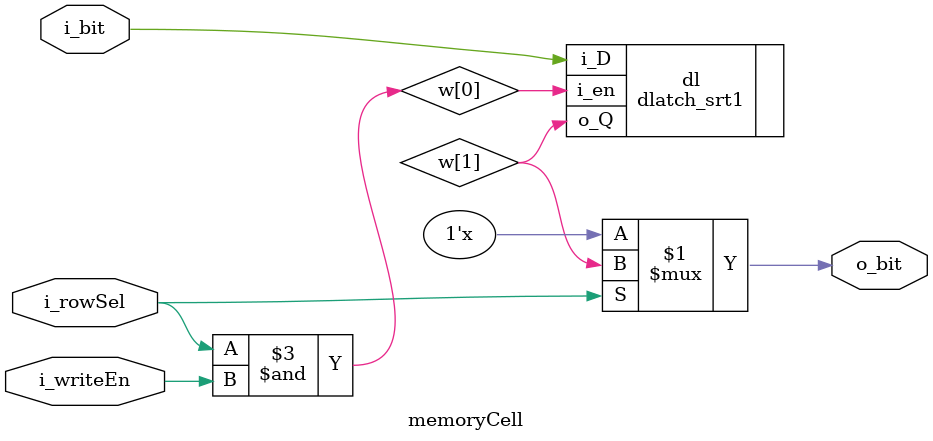
<source format=v>
module memoryCell(o_bit, i_bit, i_rowSel, i_writeEn);
	output o_bit;
	input i_bit, i_rowSel, i_writeEn;

	wire w[1:0];
	and a0(w[0], i_rowSel, i_writeEn);
	dlatch_srt1 dl(
		.o_Q(w[1]),
		.i_D(i_bit),
		.i_en(w[0])
		);
	bufif1 b0(o_bit, w[1], i_rowSel);
endmodule

</source>
